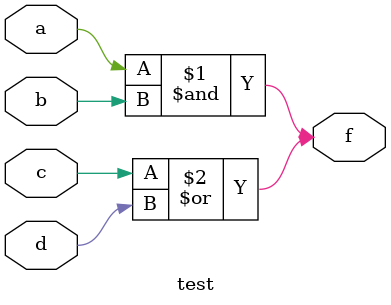
<source format=v>
module test (a, b, c, d, f);
input a, b, c, d;
output f;
and and1(f, a, b);
or or1(f, c, d);
endmodule


</source>
